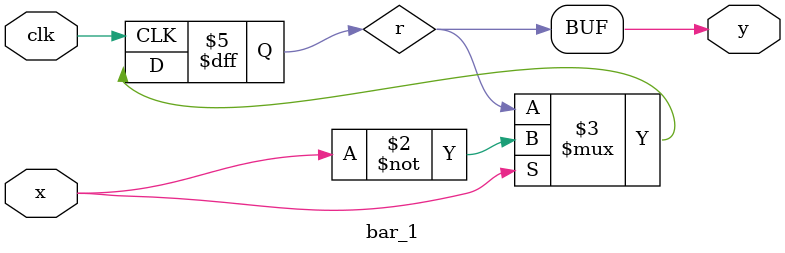
<source format=v>
module bar_1(output wire y,
	   input wire x,
	   input wire clk);
   reg r = 0;
   assign y = r;
   always @(posedge clk) begin
      r = x ? ~x : y;
   end
endmodule
</source>
